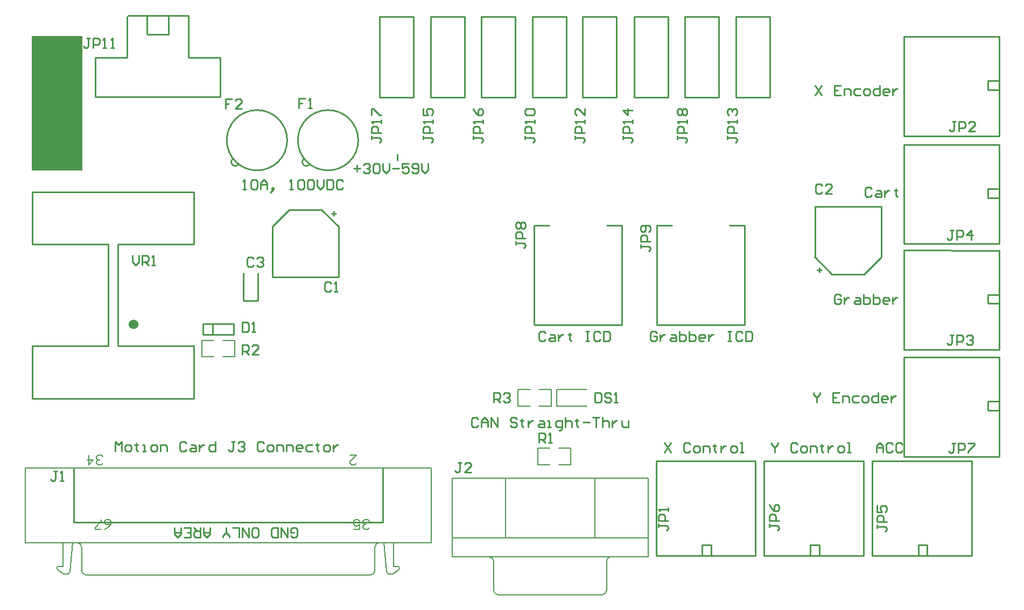
<source format=gto>
%FSLAX23Y23*%
%MOIN*%
G70*
G01*
G75*
%ADD10R,0.060X0.650*%
%ADD11R,1.000X0.320*%
%ADD12R,0.070X0.070*%
%ADD13R,0.063X0.071*%
%ADD14R,0.030X0.045*%
%ADD15R,0.090X0.170*%
%ADD16C,0.040*%
%ADD17C,0.010*%
%ADD18C,0.080*%
%ADD19C,0.150*%
%ADD20C,0.060*%
%ADD21C,0.050*%
%ADD22C,0.072*%
%ADD23C,0.070*%
%ADD24C,0.059*%
%ADD25C,0.059*%
%ADD26C,0.179*%
%ADD27R,0.059X0.059*%
%ADD28C,0.067*%
%ADD29C,0.067*%
%ADD30R,0.067X0.067*%
%ADD31C,0.187*%
%ADD32C,0.187*%
%ADD33C,0.060*%
%ADD34R,0.072X0.072*%
%ADD35R,0.113X0.113*%
%ADD36C,0.082*%
%ADD37C,0.113*%
%ADD38C,0.125*%
%ADD39C,0.129*%
%ADD40C,0.050*%
%ADD41C,0.008*%
%ADD42C,0.006*%
%ADD43R,0.312X0.837*%
D17*
X-313Y3743D02*
G03*
X-275Y3710I18J-18D01*
G01*
X27Y3860D02*
G03*
X27Y3860I-187J0D01*
G01*
X467D02*
G03*
X467Y3860I-187J0D01*
G01*
X127Y3743D02*
G03*
X165Y3710I18J-18D01*
G01*
X-1080Y2585D02*
Y3215D01*
X-1550D02*
X-1080D01*
X-1550Y2585D02*
X-1080D01*
X-550Y2260D02*
Y2585D01*
X-1020D02*
X-550D01*
X-1020Y3215D02*
X-550D01*
X-1020Y2585D02*
Y3215D01*
X-550D02*
Y3540D01*
X-1550Y2260D02*
X-550D01*
X-1550D02*
Y2585D01*
Y3540D02*
X-550D01*
X-1550Y3215D02*
Y3540D01*
X-245Y2865D02*
X-155D01*
X-245D02*
Y3035D01*
X-155Y2865D02*
Y3035D01*
X-494Y2689D02*
Y2722D01*
X-306D01*
Y2656D02*
Y2722D01*
X-494Y2656D02*
X-306D01*
X-494D02*
Y2689D01*
X-435Y2656D02*
Y2722D01*
X-1296Y1492D02*
X620D01*
X-1296D02*
Y1830D01*
X620Y1492D02*
Y1830D01*
X810Y4125D02*
Y4625D01*
X600Y4125D02*
Y4625D01*
Y4125D02*
X810D01*
X600Y4625D02*
X810D01*
X1440Y4125D02*
Y4625D01*
X1230Y4125D02*
Y4625D01*
Y4125D02*
X1440D01*
X1230Y4625D02*
X1440D01*
X1125Y4125D02*
Y4625D01*
X915Y4125D02*
Y4625D01*
Y4125D02*
X1125D01*
X915Y4625D02*
X1125D01*
X2385Y4125D02*
Y4625D01*
X2175Y4125D02*
Y4625D01*
Y4125D02*
X2385D01*
X2175Y4625D02*
X2385D01*
X2065Y4125D02*
Y4625D01*
X1855Y4125D02*
Y4625D01*
Y4125D02*
X2065D01*
X1855Y4625D02*
X2065D01*
X1755Y4125D02*
Y4625D01*
X1545Y4125D02*
Y4625D01*
Y4125D02*
X1755D01*
X1545Y4625D02*
X1755D01*
X1554Y2717D02*
Y3332D01*
X2099Y2717D02*
Y3332D01*
X1554Y2717D02*
X2099D01*
X2004Y3332D02*
X2099D01*
X1554D02*
X1649D01*
X2314Y2717D02*
Y3332D01*
X2859Y2717D02*
Y3332D01*
X2314Y2717D02*
X2859D01*
X2764Y3332D02*
X2859D01*
X2314D02*
X2409D01*
X3845Y4503D02*
X4434Y4503D01*
X3845Y3887D02*
Y4503D01*
X4434Y3887D02*
Y4503D01*
X3845Y3887D02*
X4434D01*
X4365Y4173D02*
X4432D01*
X4365D02*
Y4228D01*
X4432D01*
X2926Y1285D02*
X2927Y1874D01*
X2311D02*
X2927D01*
X2311Y1285D02*
X2927D01*
X2311D02*
Y1874D01*
X2597Y1287D02*
Y1354D01*
X2652D01*
Y1287D02*
Y1354D01*
X3845Y3178D02*
X4434Y3177D01*
X3845Y2562D02*
Y3178D01*
X4434Y2562D02*
Y3178D01*
X3845Y2562D02*
X4434D01*
X4365Y2848D02*
X4432D01*
X4365D02*
Y2903D01*
X4432D01*
X3845Y3834D02*
X4434Y3833D01*
X3845Y3218D02*
Y3834D01*
X4434Y3218D02*
Y3834D01*
X3845Y3218D02*
X4434D01*
X4365Y3504D02*
X4432D01*
X4365D02*
Y3559D01*
X4432D01*
X3595Y1285D02*
X3596Y1874D01*
X2980D02*
X3596D01*
X2980Y1285D02*
X3596D01*
X2980D02*
Y1874D01*
X3266Y1287D02*
Y1354D01*
X3321D01*
Y1287D02*
Y1354D01*
X3845Y2516D02*
X4434Y2515D01*
X3845Y1900D02*
Y2516D01*
X4434Y1900D02*
Y2516D01*
X3845Y1900D02*
X4434D01*
X4365Y2186D02*
X4432D01*
X4365D02*
Y2241D01*
X4432D01*
X4264Y1285D02*
X4265Y1874D01*
X3649D02*
X4265D01*
X3649Y1285D02*
X4265D01*
X3649D02*
Y1874D01*
X3935Y1287D02*
Y1354D01*
X3990D01*
Y1287D02*
Y1354D01*
X-65Y3325D02*
X40Y3430D01*
X240D02*
X345Y3325D01*
X347D01*
X-65Y3011D02*
Y3325D01*
X345Y3011D02*
Y3325D01*
X40Y3430D02*
X240D01*
X-65Y3011D02*
X345D01*
X3600Y3030D02*
X3705Y3135D01*
X3295D02*
X3400Y3030D01*
X3293Y3135D02*
X3295D01*
X3705D02*
Y3449D01*
X3295Y3135D02*
Y3449D01*
X3400Y3030D02*
X3600D01*
X3295Y3449D02*
X3705D01*
X-1161Y4129D02*
X-389D01*
X-708Y4515D02*
Y4633D01*
X-842Y4515D02*
X-708D01*
X-842D02*
Y4633D01*
X-586Y4373D02*
X-389D01*
X-1161D02*
X-964D01*
X-586D02*
Y4632D01*
X-964Y4373D02*
Y4627D01*
X-389Y4129D02*
Y4373D01*
X-959Y4632D02*
X-586D01*
X-1161Y4129D02*
Y4373D01*
X3015Y4125D02*
Y4625D01*
X2805Y4125D02*
Y4625D01*
Y4125D02*
X3015D01*
X2805Y4625D02*
X3015D01*
X2700Y4125D02*
Y4625D01*
X2490Y4125D02*
Y4625D01*
Y4125D02*
X2700D01*
X2490Y4625D02*
X2700D01*
X709Y3737D02*
Y3771D01*
X-932Y3147D02*
Y3107D01*
X-912Y3087D01*
X-892Y3107D01*
Y3147D01*
X-872Y3087D02*
Y3147D01*
X-842D01*
X-832Y3137D01*
Y3117D01*
X-842Y3107D01*
X-872D01*
X-852D02*
X-832Y3087D01*
X-812D02*
X-792D01*
X-802D01*
Y3147D01*
X-812Y3137D01*
X-182Y3125D02*
X-192Y3135D01*
X-212D01*
X-222Y3125D01*
Y3085D01*
X-212Y3075D01*
X-192D01*
X-182Y3085D01*
X-162Y3125D02*
X-152Y3135D01*
X-132D01*
X-122Y3125D01*
Y3115D01*
X-132Y3105D01*
X-142D01*
X-132D01*
X-122Y3095D01*
Y3085D01*
X-132Y3075D01*
X-152D01*
X-162Y3085D01*
X1304Y2236D02*
Y2296D01*
X1334D01*
X1344Y2286D01*
Y2266D01*
X1334Y2256D01*
X1304D01*
X1324D02*
X1344Y2236D01*
X1364Y2286D02*
X1374Y2296D01*
X1394D01*
X1404Y2286D01*
Y2276D01*
X1394Y2266D01*
X1384D01*
X1394D01*
X1404Y2256D01*
Y2246D01*
X1394Y2236D01*
X1374D01*
X1364Y2246D01*
X-251Y2534D02*
Y2594D01*
X-221D01*
X-211Y2584D01*
Y2564D01*
X-221Y2554D01*
X-251D01*
X-231D02*
X-211Y2534D01*
X-151D02*
X-191D01*
X-151Y2574D01*
Y2584D01*
X-161Y2594D01*
X-181D01*
X-191Y2584D01*
X-252Y2731D02*
Y2671D01*
X-222D01*
X-212Y2681D01*
Y2721D01*
X-222Y2731D01*
X-252D01*
X-192Y2671D02*
X-172D01*
X-182D01*
Y2731D01*
X-192Y2721D01*
X1932Y2296D02*
Y2236D01*
X1962D01*
X1972Y2246D01*
Y2286D01*
X1962Y2296D01*
X1932D01*
X2032Y2286D02*
X2022Y2296D01*
X2002D01*
X1992Y2286D01*
Y2276D01*
X2002Y2266D01*
X2022D01*
X2032Y2256D01*
Y2246D01*
X2022Y2236D01*
X2002D01*
X1992Y2246D01*
X2052Y2236D02*
X2072D01*
X2062D01*
Y2296D01*
X2052Y2286D01*
X-1398Y1808D02*
X-1418D01*
X-1408D01*
Y1758D01*
X-1418Y1748D01*
X-1428D01*
X-1438Y1758D01*
X-1378Y1748D02*
X-1358D01*
X-1368D01*
Y1808D01*
X-1378Y1798D01*
X-313Y4116D02*
X-353D01*
Y4086D01*
X-333D01*
X-353D01*
Y4056D01*
X-253D02*
X-293D01*
X-253Y4096D01*
Y4106D01*
X-263Y4116D01*
X-283D01*
X-293Y4106D01*
X1500Y3885D02*
Y3865D01*
Y3875D01*
X1550D01*
X1560Y3865D01*
Y3855D01*
X1550Y3845D01*
X1560Y3905D02*
X1500D01*
Y3935D01*
X1510Y3945D01*
X1530D01*
X1540Y3935D01*
Y3905D01*
X1560Y3965D02*
Y3985D01*
Y3975D01*
X1500D01*
X1510Y3965D01*
Y4015D02*
X1500Y4025D01*
Y4045D01*
X1510Y4055D01*
X1550D01*
X1560Y4045D01*
Y4025D01*
X1550Y4015D01*
X1510D01*
X1810Y3885D02*
Y3865D01*
Y3875D01*
X1860D01*
X1870Y3865D01*
Y3855D01*
X1860Y3845D01*
X1870Y3905D02*
X1810D01*
Y3935D01*
X1820Y3945D01*
X1840D01*
X1850Y3935D01*
Y3905D01*
X1870Y3965D02*
Y3985D01*
Y3975D01*
X1810D01*
X1820Y3965D01*
X1870Y4055D02*
Y4015D01*
X1830Y4055D01*
X1820D01*
X1810Y4045D01*
Y4025D01*
X1820Y4015D01*
X2104Y3885D02*
Y3865D01*
Y3875D01*
X2154D01*
X2164Y3865D01*
Y3855D01*
X2154Y3845D01*
X2164Y3905D02*
X2104D01*
Y3935D01*
X2114Y3945D01*
X2134D01*
X2144Y3935D01*
Y3905D01*
X2164Y3965D02*
Y3985D01*
Y3975D01*
X2104D01*
X2114Y3965D01*
X2164Y4045D02*
X2104D01*
X2134Y4015D01*
Y4055D01*
X3678Y1475D02*
Y1455D01*
Y1465D01*
X3728D01*
X3738Y1455D01*
Y1445D01*
X3728Y1435D01*
X3738Y1495D02*
X3678D01*
Y1525D01*
X3688Y1535D01*
X3708D01*
X3718Y1525D01*
Y1495D01*
X3678Y1595D02*
Y1555D01*
X3708D01*
X3698Y1575D01*
Y1585D01*
X3708Y1595D01*
X3728D01*
X3738Y1585D01*
Y1565D01*
X3728Y1555D01*
X4161Y1981D02*
X4141D01*
X4151D01*
Y1931D01*
X4141Y1921D01*
X4131D01*
X4121Y1931D01*
X4181Y1921D02*
Y1981D01*
X4211D01*
X4221Y1971D01*
Y1951D01*
X4211Y1941D01*
X4181D01*
X4241Y1981D02*
X4281D01*
Y1971D01*
X4241Y1931D01*
Y1921D01*
X3013Y1482D02*
Y1462D01*
Y1472D01*
X3063D01*
X3073Y1462D01*
Y1452D01*
X3063Y1442D01*
X3073Y1502D02*
X3013D01*
Y1532D01*
X3023Y1542D01*
X3043D01*
X3053Y1532D01*
Y1502D01*
X3013Y1602D02*
X3023Y1582D01*
X3043Y1562D01*
X3063D01*
X3073Y1572D01*
Y1592D01*
X3063Y1602D01*
X3053D01*
X3043Y1592D01*
Y1562D01*
X4153Y3301D02*
X4133D01*
X4143D01*
Y3251D01*
X4133Y3241D01*
X4123D01*
X4113Y3251D01*
X4173Y3241D02*
Y3301D01*
X4203D01*
X4213Y3291D01*
Y3271D01*
X4203Y3261D01*
X4173D01*
X4263Y3241D02*
Y3301D01*
X4233Y3271D01*
X4273D01*
X4153Y2652D02*
X4133D01*
X4143D01*
Y2602D01*
X4133Y2592D01*
X4123D01*
X4113Y2602D01*
X4173Y2592D02*
Y2652D01*
X4203D01*
X4213Y2642D01*
Y2622D01*
X4203Y2612D01*
X4173D01*
X4233Y2642D02*
X4243Y2652D01*
X4263D01*
X4273Y2642D01*
Y2632D01*
X4263Y2622D01*
X4253D01*
X4263D01*
X4273Y2612D01*
Y2602D01*
X4263Y2592D01*
X4243D01*
X4233Y2602D01*
X140Y4119D02*
X100D01*
Y4089D01*
X120D01*
X100D01*
Y4059D01*
X160D02*
X180D01*
X170D01*
Y4119D01*
X160Y4109D01*
X868Y3885D02*
Y3865D01*
Y3875D01*
X918D01*
X928Y3865D01*
Y3855D01*
X918Y3845D01*
X928Y3905D02*
X868D01*
Y3935D01*
X878Y3945D01*
X898D01*
X908Y3935D01*
Y3905D01*
X928Y3965D02*
Y3985D01*
Y3975D01*
X868D01*
X878Y3965D01*
X868Y4055D02*
Y4015D01*
X898D01*
X888Y4035D01*
Y4045D01*
X898Y4055D01*
X918D01*
X928Y4045D01*
Y4025D01*
X918Y4015D01*
X1178Y3885D02*
Y3865D01*
Y3875D01*
X1228D01*
X1238Y3865D01*
Y3855D01*
X1228Y3845D01*
X1238Y3905D02*
X1178D01*
Y3935D01*
X1188Y3945D01*
X1208D01*
X1218Y3935D01*
Y3905D01*
X1238Y3965D02*
Y3985D01*
Y3975D01*
X1178D01*
X1188Y3965D01*
X1178Y4055D02*
X1188Y4035D01*
X1208Y4015D01*
X1228D01*
X1238Y4025D01*
Y4045D01*
X1228Y4055D01*
X1218D01*
X1208Y4045D01*
Y4015D01*
X1106Y1862D02*
X1086D01*
X1096D01*
Y1812D01*
X1086Y1802D01*
X1076D01*
X1066Y1812D01*
X1166Y1802D02*
X1126D01*
X1166Y1842D01*
Y1852D01*
X1156Y1862D01*
X1136D01*
X1126Y1852D01*
X2327Y1482D02*
Y1462D01*
Y1472D01*
X2377D01*
X2387Y1462D01*
Y1452D01*
X2377Y1442D01*
X2387Y1502D02*
X2327D01*
Y1532D01*
X2337Y1542D01*
X2357D01*
X2367Y1532D01*
Y1502D01*
X2387Y1562D02*
Y1582D01*
Y1572D01*
X2327D01*
X2337Y1562D01*
X4166Y3977D02*
X4146D01*
X4156D01*
Y3927D01*
X4146Y3917D01*
X4136D01*
X4126Y3927D01*
X4186Y3917D02*
Y3977D01*
X4216D01*
X4226Y3967D01*
Y3947D01*
X4216Y3937D01*
X4186D01*
X4286Y3917D02*
X4246D01*
X4286Y3957D01*
Y3967D01*
X4276Y3977D01*
X4256D01*
X4246Y3967D01*
X548Y3885D02*
Y3865D01*
Y3875D01*
X598D01*
X608Y3865D01*
Y3855D01*
X598Y3845D01*
X608Y3905D02*
X548D01*
Y3935D01*
X558Y3945D01*
X578D01*
X588Y3935D01*
Y3905D01*
X608Y3965D02*
Y3985D01*
Y3975D01*
X548D01*
X558Y3965D01*
X548Y4015D02*
Y4055D01*
X558D01*
X598Y4015D01*
X608D01*
X1584Y1985D02*
Y2045D01*
X1614D01*
X1624Y2035D01*
Y2015D01*
X1614Y2005D01*
X1584D01*
X1604D02*
X1624Y1985D01*
X1644D02*
X1664D01*
X1654D01*
Y2045D01*
X1644Y2035D01*
X1443Y3233D02*
Y3213D01*
Y3223D01*
X1493D01*
X1503Y3213D01*
Y3203D01*
X1493Y3193D01*
X1503Y3253D02*
X1443D01*
Y3283D01*
X1453Y3293D01*
X1473D01*
X1483Y3283D01*
Y3253D01*
X1453Y3313D02*
X1443Y3323D01*
Y3343D01*
X1453Y3353D01*
X1463D01*
X1473Y3343D01*
X1483Y3353D01*
X1493D01*
X1503Y3343D01*
Y3323D01*
X1493Y3313D01*
X1483D01*
X1473Y3323D01*
X1463Y3313D01*
X1453D01*
X1473Y3323D02*
Y3343D01*
X2215Y3214D02*
Y3194D01*
Y3204D01*
X2265D01*
X2275Y3194D01*
Y3184D01*
X2265Y3174D01*
X2275Y3234D02*
X2215D01*
Y3264D01*
X2225Y3274D01*
X2245D01*
X2255Y3264D01*
Y3234D01*
X2265Y3294D02*
X2275Y3304D01*
Y3324D01*
X2265Y3334D01*
X2225D01*
X2215Y3324D01*
Y3304D01*
X2225Y3294D01*
X2235D01*
X2245Y3304D01*
Y3334D01*
X298Y2971D02*
X288Y2981D01*
X268D01*
X258Y2971D01*
Y2931D01*
X268Y2921D01*
X288D01*
X298Y2931D01*
X318Y2921D02*
X338D01*
X328D01*
Y2981D01*
X318Y2971D01*
X3338Y3579D02*
X3328Y3589D01*
X3308D01*
X3298Y3579D01*
Y3539D01*
X3308Y3529D01*
X3328D01*
X3338Y3539D01*
X3398Y3529D02*
X3358D01*
X3398Y3569D01*
Y3579D01*
X3388Y3589D01*
X3368D01*
X3358Y3579D01*
X-1193Y4491D02*
X-1213D01*
X-1203D01*
Y4441D01*
X-1213Y4431D01*
X-1223D01*
X-1233Y4441D01*
X-1173Y4431D02*
Y4491D01*
X-1143D01*
X-1133Y4481D01*
Y4461D01*
X-1143Y4451D01*
X-1173D01*
X-1113Y4431D02*
X-1093D01*
X-1103D01*
Y4491D01*
X-1113Y4481D01*
X-1063Y4431D02*
X-1043D01*
X-1053D01*
Y4491D01*
X-1063Y4481D01*
X2753Y3885D02*
Y3865D01*
Y3875D01*
X2803D01*
X2813Y3865D01*
Y3855D01*
X2803Y3845D01*
X2813Y3905D02*
X2753D01*
Y3935D01*
X2763Y3945D01*
X2783D01*
X2793Y3935D01*
Y3905D01*
X2813Y3965D02*
Y3985D01*
Y3975D01*
X2753D01*
X2763Y3965D01*
Y4015D02*
X2753Y4025D01*
Y4045D01*
X2763Y4055D01*
X2773D01*
X2783Y4045D01*
Y4035D01*
Y4045D01*
X2793Y4055D01*
X2803D01*
X2813Y4045D01*
Y4025D01*
X2803Y4015D01*
X2442Y3885D02*
Y3865D01*
Y3875D01*
X2492D01*
X2502Y3865D01*
Y3855D01*
X2492Y3845D01*
X2502Y3905D02*
X2442D01*
Y3935D01*
X2452Y3945D01*
X2472D01*
X2482Y3935D01*
Y3905D01*
X2502Y3965D02*
Y3985D01*
Y3975D01*
X2442D01*
X2452Y3965D01*
Y4015D02*
X2442Y4025D01*
Y4045D01*
X2452Y4055D01*
X2462D01*
X2472Y4045D01*
X2482Y4055D01*
X2492D01*
X2502Y4045D01*
Y4025D01*
X2492Y4015D01*
X2482D01*
X2472Y4025D01*
X2462Y4015D01*
X2452D01*
X2472Y4025D02*
Y4045D01*
X50Y1410D02*
X60Y1400D01*
X80D01*
X90Y1410D01*
Y1450D01*
X80Y1460D01*
X60D01*
X50Y1450D01*
Y1430D01*
X70D01*
X30Y1460D02*
Y1400D01*
X-10Y1460D01*
Y1400D01*
X-30D02*
Y1460D01*
X-60D01*
X-70Y1450D01*
Y1410D01*
X-60Y1400D01*
X-30D01*
X-180D02*
X-160D01*
X-150Y1410D01*
Y1450D01*
X-160Y1460D01*
X-180D01*
X-190Y1450D01*
Y1410D01*
X-180Y1400D01*
X-210Y1460D02*
Y1400D01*
X-250Y1460D01*
Y1400D01*
X-270D02*
Y1460D01*
X-310D01*
X-330Y1400D02*
Y1410D01*
X-350Y1430D01*
X-370Y1410D01*
Y1400D01*
X-350Y1430D02*
Y1460D01*
X-450D02*
Y1420D01*
X-470Y1400D01*
X-490Y1420D01*
Y1460D01*
Y1430D01*
X-450D01*
X-510Y1460D02*
Y1400D01*
X-540D01*
X-550Y1410D01*
Y1430D01*
X-540Y1440D01*
X-510D01*
X-530D02*
X-550Y1460D01*
X-610Y1400D02*
X-570D01*
Y1460D01*
X-610D01*
X-570Y1430D02*
X-590D01*
X-630Y1460D02*
Y1420D01*
X-650Y1400D01*
X-670Y1420D01*
Y1460D01*
Y1430D01*
X-630D01*
X2315Y2666D02*
X2305Y2676D01*
X2285D01*
X2275Y2666D01*
Y2626D01*
X2285Y2616D01*
X2305D01*
X2315Y2626D01*
Y2646D01*
X2295D01*
X2335Y2656D02*
Y2616D01*
Y2636D01*
X2345Y2646D01*
X2355Y2656D01*
X2365D01*
X2405D02*
X2425D01*
X2435Y2646D01*
Y2616D01*
X2405D01*
X2395Y2626D01*
X2405Y2636D01*
X2435D01*
X2455Y2676D02*
Y2616D01*
X2485D01*
X2495Y2626D01*
Y2636D01*
Y2646D01*
X2485Y2656D01*
X2455D01*
X2515Y2676D02*
Y2616D01*
X2545D01*
X2555Y2626D01*
Y2636D01*
Y2646D01*
X2545Y2656D01*
X2515D01*
X2605Y2616D02*
X2585D01*
X2575Y2626D01*
Y2646D01*
X2585Y2656D01*
X2605D01*
X2615Y2646D01*
Y2636D01*
X2575D01*
X2635Y2656D02*
Y2616D01*
Y2636D01*
X2645Y2646D01*
X2655Y2656D01*
X2665D01*
X2755Y2676D02*
X2775D01*
X2765D01*
Y2616D01*
X2755D01*
X2775D01*
X2845Y2666D02*
X2835Y2676D01*
X2815D01*
X2805Y2666D01*
Y2626D01*
X2815Y2616D01*
X2835D01*
X2845Y2626D01*
X2865Y2676D02*
Y2616D01*
X2895D01*
X2905Y2626D01*
Y2666D01*
X2895Y2676D01*
X2865D01*
X1627Y2666D02*
X1617Y2676D01*
X1597D01*
X1587Y2666D01*
Y2626D01*
X1597Y2616D01*
X1617D01*
X1627Y2626D01*
X1657Y2656D02*
X1677D01*
X1687Y2646D01*
Y2616D01*
X1657D01*
X1647Y2626D01*
X1657Y2636D01*
X1687D01*
X1707Y2656D02*
Y2616D01*
Y2636D01*
X1717Y2646D01*
X1727Y2656D01*
X1737D01*
X1777Y2666D02*
Y2656D01*
X1767D01*
X1787D01*
X1777D01*
Y2626D01*
X1787Y2616D01*
X1877Y2676D02*
X1897D01*
X1887D01*
Y2616D01*
X1877D01*
X1897D01*
X1967Y2666D02*
X1957Y2676D01*
X1937D01*
X1927Y2666D01*
Y2626D01*
X1937Y2616D01*
X1957D01*
X1967Y2626D01*
X1987Y2676D02*
Y2616D01*
X2017D01*
X2027Y2626D01*
Y2666D01*
X2017Y2676D01*
X1987D01*
X-247Y3556D02*
X-227D01*
X-237D01*
Y3616D01*
X-247Y3606D01*
X-197D02*
X-187Y3616D01*
X-167D01*
X-157Y3606D01*
Y3566D01*
X-167Y3556D01*
X-187D01*
X-197Y3566D01*
Y3606D01*
X-137Y3556D02*
Y3596D01*
X-117Y3616D01*
X-97Y3596D01*
Y3556D01*
Y3586D01*
X-137D01*
X-67Y3546D02*
X-57Y3556D01*
Y3566D01*
X-67D01*
Y3556D01*
X-57D01*
X-67Y3546D01*
X-77Y3536D01*
X43Y3556D02*
X63D01*
X53D01*
Y3616D01*
X43Y3606D01*
X93D02*
X103Y3616D01*
X123D01*
X133Y3606D01*
Y3566D01*
X123Y3556D01*
X103D01*
X93Y3566D01*
Y3606D01*
X153D02*
X163Y3616D01*
X183D01*
X193Y3606D01*
Y3566D01*
X183Y3556D01*
X163D01*
X153Y3566D01*
Y3606D01*
X213Y3616D02*
Y3576D01*
X233Y3556D01*
X253Y3576D01*
Y3616D01*
X273D02*
Y3556D01*
X303D01*
X313Y3566D01*
Y3606D01*
X303Y3616D01*
X273D01*
X373Y3606D02*
X363Y3616D01*
X343D01*
X333Y3606D01*
Y3566D01*
X343Y3556D01*
X363D01*
X373Y3566D01*
X1210Y2132D02*
X1200Y2142D01*
X1180D01*
X1170Y2132D01*
Y2092D01*
X1180Y2082D01*
X1200D01*
X1210Y2092D01*
X1230Y2082D02*
Y2122D01*
X1250Y2142D01*
X1270Y2122D01*
Y2082D01*
Y2112D01*
X1230D01*
X1290Y2082D02*
Y2142D01*
X1330Y2082D01*
Y2142D01*
X1450Y2132D02*
X1440Y2142D01*
X1420D01*
X1410Y2132D01*
Y2122D01*
X1420Y2112D01*
X1440D01*
X1450Y2102D01*
Y2092D01*
X1440Y2082D01*
X1420D01*
X1410Y2092D01*
X1480Y2132D02*
Y2122D01*
X1470D01*
X1490D01*
X1480D01*
Y2092D01*
X1490Y2082D01*
X1520Y2122D02*
Y2082D01*
Y2102D01*
X1530Y2112D01*
X1540Y2122D01*
X1550D01*
X1590D02*
X1610D01*
X1620Y2112D01*
Y2082D01*
X1590D01*
X1580Y2092D01*
X1590Y2102D01*
X1620D01*
X1640Y2082D02*
X1660D01*
X1650D01*
Y2122D01*
X1640D01*
X1710Y2062D02*
X1720D01*
X1730Y2072D01*
Y2122D01*
X1700D01*
X1690Y2112D01*
Y2092D01*
X1700Y2082D01*
X1730D01*
X1750Y2142D02*
Y2082D01*
Y2112D01*
X1760Y2122D01*
X1780D01*
X1790Y2112D01*
Y2082D01*
X1820Y2132D02*
Y2122D01*
X1810D01*
X1830D01*
X1820D01*
Y2092D01*
X1830Y2082D01*
X1860Y2112D02*
X1900D01*
X1920Y2142D02*
X1960D01*
X1940D01*
Y2082D01*
X1980Y2142D02*
Y2082D01*
Y2112D01*
X1990Y2122D01*
X2010D01*
X2020Y2112D01*
Y2082D01*
X2040Y2122D02*
Y2082D01*
Y2102D01*
X2050Y2112D01*
X2060Y2122D01*
X2070D01*
X2100D02*
Y2092D01*
X2110Y2082D01*
X2140D01*
Y2122D01*
X3644Y3560D02*
X3634Y3570D01*
X3614D01*
X3604Y3560D01*
Y3520D01*
X3614Y3510D01*
X3634D01*
X3644Y3520D01*
X3674Y3550D02*
X3694D01*
X3704Y3540D01*
Y3510D01*
X3674D01*
X3664Y3520D01*
X3674Y3530D01*
X3704D01*
X3724Y3550D02*
Y3510D01*
Y3530D01*
X3734Y3540D01*
X3744Y3550D01*
X3754D01*
X3794Y3560D02*
Y3550D01*
X3784D01*
X3804D01*
X3794D01*
Y3520D01*
X3804Y3510D01*
X3457Y2896D02*
X3447Y2906D01*
X3427D01*
X3417Y2896D01*
Y2856D01*
X3427Y2846D01*
X3447D01*
X3457Y2856D01*
Y2876D01*
X3437D01*
X3477Y2886D02*
Y2846D01*
Y2866D01*
X3487Y2876D01*
X3497Y2886D01*
X3507D01*
X3547D02*
X3567D01*
X3577Y2876D01*
Y2846D01*
X3547D01*
X3537Y2856D01*
X3547Y2866D01*
X3577D01*
X3597Y2906D02*
Y2846D01*
X3627D01*
X3637Y2856D01*
Y2866D01*
Y2876D01*
X3627Y2886D01*
X3597D01*
X3657Y2906D02*
Y2846D01*
X3687D01*
X3697Y2856D01*
Y2866D01*
Y2876D01*
X3687Y2886D01*
X3657D01*
X3747Y2846D02*
X3727D01*
X3717Y2856D01*
Y2876D01*
X3727Y2886D01*
X3747D01*
X3757Y2876D01*
Y2866D01*
X3717D01*
X3777Y2886D02*
Y2846D01*
Y2866D01*
X3787Y2876D01*
X3797Y2886D01*
X3807D01*
X-1038Y1934D02*
Y1994D01*
X-1018Y1974D01*
X-998Y1994D01*
Y1934D01*
X-968D02*
X-948D01*
X-938Y1944D01*
Y1964D01*
X-948Y1974D01*
X-968D01*
X-978Y1964D01*
Y1944D01*
X-968Y1934D01*
X-908Y1984D02*
Y1974D01*
X-918D01*
X-898D01*
X-908D01*
Y1944D01*
X-898Y1934D01*
X-868D02*
X-848D01*
X-858D01*
Y1974D01*
X-868D01*
X-808Y1934D02*
X-788D01*
X-778Y1944D01*
Y1964D01*
X-788Y1974D01*
X-808D01*
X-818Y1964D01*
Y1944D01*
X-808Y1934D01*
X-758D02*
Y1974D01*
X-728D01*
X-718Y1964D01*
Y1934D01*
X-598Y1984D02*
X-608Y1994D01*
X-628D01*
X-638Y1984D01*
Y1944D01*
X-628Y1934D01*
X-608D01*
X-598Y1944D01*
X-568Y1974D02*
X-548D01*
X-538Y1964D01*
Y1934D01*
X-568D01*
X-578Y1944D01*
X-568Y1954D01*
X-538D01*
X-518Y1974D02*
Y1934D01*
Y1954D01*
X-508Y1964D01*
X-498Y1974D01*
X-488D01*
X-418Y1994D02*
Y1934D01*
X-448D01*
X-458Y1944D01*
Y1964D01*
X-448Y1974D01*
X-418D01*
X-298Y1994D02*
X-318D01*
X-308D01*
Y1944D01*
X-318Y1934D01*
X-328D01*
X-338Y1944D01*
X-278Y1984D02*
X-268Y1994D01*
X-248D01*
X-238Y1984D01*
Y1974D01*
X-248Y1964D01*
X-258D01*
X-248D01*
X-238Y1954D01*
Y1944D01*
X-248Y1934D01*
X-268D01*
X-278Y1944D01*
X-118Y1984D02*
X-128Y1994D01*
X-148D01*
X-158Y1984D01*
Y1944D01*
X-148Y1934D01*
X-128D01*
X-118Y1944D01*
X-88Y1934D02*
X-68D01*
X-58Y1944D01*
Y1964D01*
X-68Y1974D01*
X-88D01*
X-98Y1964D01*
Y1944D01*
X-88Y1934D01*
X-38D02*
Y1974D01*
X-8D01*
X2Y1964D01*
Y1934D01*
X22D02*
Y1974D01*
X52D01*
X62Y1964D01*
Y1934D01*
X112D02*
X92D01*
X82Y1944D01*
Y1964D01*
X92Y1974D01*
X112D01*
X122Y1964D01*
Y1954D01*
X82D01*
X182Y1974D02*
X152D01*
X142Y1964D01*
Y1944D01*
X152Y1934D01*
X182D01*
X212Y1984D02*
Y1974D01*
X202D01*
X222D01*
X212D01*
Y1944D01*
X222Y1934D01*
X262D02*
X282D01*
X292Y1944D01*
Y1964D01*
X282Y1974D01*
X262D01*
X252Y1964D01*
Y1944D01*
X262Y1934D01*
X312Y1974D02*
Y1934D01*
Y1954D01*
X322Y1964D01*
X332Y1974D01*
X342D01*
X2361Y1985D02*
X2401Y1925D01*
Y1985D02*
X2361Y1925D01*
X2521Y1975D02*
X2511Y1985D01*
X2491D01*
X2481Y1975D01*
Y1935D01*
X2491Y1925D01*
X2511D01*
X2521Y1935D01*
X2551Y1925D02*
X2571D01*
X2581Y1935D01*
Y1955D01*
X2571Y1965D01*
X2551D01*
X2541Y1955D01*
Y1935D01*
X2551Y1925D01*
X2601D02*
Y1965D01*
X2631D01*
X2641Y1955D01*
Y1925D01*
X2671Y1975D02*
Y1965D01*
X2661D01*
X2681D01*
X2671D01*
Y1935D01*
X2681Y1925D01*
X2711Y1965D02*
Y1925D01*
Y1945D01*
X2721Y1955D01*
X2731Y1965D01*
X2741D01*
X2781Y1925D02*
X2801D01*
X2811Y1935D01*
Y1955D01*
X2801Y1965D01*
X2781D01*
X2771Y1955D01*
Y1935D01*
X2781Y1925D01*
X2831D02*
X2851D01*
X2841D01*
Y1985D01*
X2831D01*
X3294Y4200D02*
X3334Y4140D01*
Y4200D02*
X3294Y4140D01*
X3454Y4200D02*
X3414D01*
Y4140D01*
X3454D01*
X3414Y4170D02*
X3434D01*
X3474Y4140D02*
Y4180D01*
X3504D01*
X3514Y4170D01*
Y4140D01*
X3574Y4180D02*
X3544D01*
X3534Y4170D01*
Y4150D01*
X3544Y4140D01*
X3574D01*
X3604D02*
X3624D01*
X3634Y4150D01*
Y4170D01*
X3624Y4180D01*
X3604D01*
X3594Y4170D01*
Y4150D01*
X3604Y4140D01*
X3694Y4200D02*
Y4140D01*
X3664D01*
X3654Y4150D01*
Y4170D01*
X3664Y4180D01*
X3694D01*
X3744Y4140D02*
X3724D01*
X3714Y4150D01*
Y4170D01*
X3724Y4180D01*
X3744D01*
X3754Y4170D01*
Y4160D01*
X3714D01*
X3774Y4180D02*
Y4140D01*
Y4160D01*
X3784Y4170D01*
X3794Y4180D01*
X3804D01*
X3027Y1985D02*
Y1975D01*
X3047Y1955D01*
X3067Y1975D01*
Y1985D01*
X3047Y1955D02*
Y1925D01*
X3187Y1975D02*
X3177Y1985D01*
X3157D01*
X3147Y1975D01*
Y1935D01*
X3157Y1925D01*
X3177D01*
X3187Y1935D01*
X3217Y1925D02*
X3237D01*
X3247Y1935D01*
Y1955D01*
X3237Y1965D01*
X3217D01*
X3207Y1955D01*
Y1935D01*
X3217Y1925D01*
X3267D02*
Y1965D01*
X3297D01*
X3307Y1955D01*
Y1925D01*
X3337Y1975D02*
Y1965D01*
X3327D01*
X3347D01*
X3337D01*
Y1935D01*
X3347Y1925D01*
X3377Y1965D02*
Y1925D01*
Y1945D01*
X3387Y1955D01*
X3397Y1965D01*
X3407D01*
X3447Y1925D02*
X3467D01*
X3477Y1935D01*
Y1955D01*
X3467Y1965D01*
X3447D01*
X3437Y1955D01*
Y1935D01*
X3447Y1925D01*
X3497D02*
X3517D01*
X3507D01*
Y1985D01*
X3497D01*
X3284Y2297D02*
Y2287D01*
X3304Y2267D01*
X3324Y2287D01*
Y2297D01*
X3304Y2267D02*
Y2237D01*
X3444Y2297D02*
X3404D01*
Y2237D01*
X3444D01*
X3404Y2267D02*
X3424D01*
X3464Y2237D02*
Y2277D01*
X3494D01*
X3504Y2267D01*
Y2237D01*
X3564Y2277D02*
X3534D01*
X3524Y2267D01*
Y2247D01*
X3534Y2237D01*
X3564D01*
X3594D02*
X3614D01*
X3624Y2247D01*
Y2267D01*
X3614Y2277D01*
X3594D01*
X3584Y2267D01*
Y2247D01*
X3594Y2237D01*
X3684Y2297D02*
Y2237D01*
X3654D01*
X3644Y2247D01*
Y2267D01*
X3654Y2277D01*
X3684D01*
X3734Y2237D02*
X3714D01*
X3704Y2247D01*
Y2267D01*
X3714Y2277D01*
X3734D01*
X3744Y2267D01*
Y2257D01*
X3704D01*
X3764Y2277D02*
Y2237D01*
Y2257D01*
X3774Y2267D01*
X3784Y2277D01*
X3794D01*
X439Y3685D02*
X479D01*
X459Y3705D02*
Y3665D01*
X499Y3705D02*
X509Y3715D01*
X529D01*
X539Y3705D01*
Y3695D01*
X529Y3685D01*
X519D01*
X529D01*
X539Y3675D01*
Y3665D01*
X529Y3655D01*
X509D01*
X499Y3665D01*
X559Y3705D02*
X569Y3715D01*
X589D01*
X599Y3705D01*
Y3665D01*
X589Y3655D01*
X569D01*
X559Y3665D01*
Y3705D01*
X619Y3715D02*
Y3675D01*
X639Y3655D01*
X659Y3675D01*
Y3715D01*
X679Y3685D02*
X719D01*
X779Y3715D02*
X739D01*
Y3685D01*
X759Y3695D01*
X769D01*
X779Y3685D01*
Y3665D01*
X769Y3655D01*
X749D01*
X739Y3665D01*
X799D02*
X809Y3655D01*
X829D01*
X839Y3665D01*
Y3705D01*
X829Y3715D01*
X809D01*
X799Y3705D01*
Y3695D01*
X809Y3685D01*
X839D01*
X859Y3715D02*
Y3675D01*
X879Y3655D01*
X899Y3675D01*
Y3715D01*
X330Y3405D02*
X303D01*
X317Y3392D02*
Y3418D01*
X3310Y3055D02*
X3337D01*
X3323Y3068D02*
Y3042D01*
X3674Y1925D02*
Y1965D01*
X3694Y1985D01*
X3714Y1965D01*
Y1925D01*
Y1955D01*
X3674D01*
X3774Y1975D02*
X3764Y1985D01*
X3744D01*
X3734Y1975D01*
Y1935D01*
X3744Y1925D01*
X3764D01*
X3774Y1935D01*
X3834Y1975D02*
X3824Y1985D01*
X3804D01*
X3794Y1975D01*
Y1935D01*
X3804Y1925D01*
X3824D01*
X3834Y1935D01*
D33*
X-925Y2720D02*
D03*
D41*
X718Y1199D02*
G03*
X719Y1218I-9J10D01*
G01*
X641Y1190D02*
G03*
X653Y1174I16J0D01*
G01*
X543Y1166D02*
G03*
X570Y1194I0J27D01*
G01*
X598Y1367D02*
G03*
X570Y1339I0J-27D01*
G01*
X-1395Y1218D02*
G03*
X-1394Y1199I10J-9D01*
G01*
X-1329Y1174D02*
G03*
X-1317Y1190I-4J16D01*
G01*
X-1246Y1194D02*
G03*
X-1219Y1166I27J0D01*
G01*
X-1246Y1339D02*
G03*
X-1273Y1367I-27J0D01*
G01*
X1306Y1070D02*
G03*
X1334Y1043I27J0D01*
G01*
X1306Y1251D02*
G03*
X1279Y1279I-27J0D01*
G01*
X1976Y1043D02*
G03*
X2004Y1070I0J27D01*
G01*
X2031Y1279D02*
G03*
X2004Y1251I0J-27D01*
G01*
X1457Y2213D02*
Y2315D01*
X1661Y2213D02*
Y2315D01*
X1457D02*
X1531D01*
X1587D02*
X1661D01*
X1457Y2213D02*
X1531D01*
X1587D02*
X1661D01*
X-502Y2518D02*
Y2620D01*
X-298Y2518D02*
Y2620D01*
X-502D02*
X-428D01*
X-372D02*
X-298D01*
X-502Y2518D02*
X-428D01*
X-372D02*
X-298D01*
X1697Y2213D02*
Y2315D01*
Y2213D02*
X1882D01*
X1697Y2315D02*
X1882D01*
X682Y1174D02*
X719Y1199D01*
X653Y1174D02*
X682D01*
X627Y1367D02*
X641Y1189D01*
X685Y1218D02*
X719D01*
X685D02*
Y1367D01*
X570Y1194D02*
Y1339D01*
X-1219Y1166D02*
X543D01*
X-1395Y1199D02*
X-1358Y1174D01*
X-1329D01*
X-1317Y1189D02*
X-1302Y1367D01*
X-1395Y1218D02*
X-1360D01*
Y1367D01*
X-1246Y1194D02*
Y1339D01*
X920Y1367D02*
Y1830D01*
X-1596Y1367D02*
X920D01*
X-1596D02*
Y1830D01*
X920D01*
X1306Y1070D02*
Y1251D01*
X2004Y1070D02*
Y1251D01*
X1931Y1397D02*
Y1767D01*
X1049Y1279D02*
X2261D01*
X1379Y1397D02*
Y1767D01*
X1049Y1767D02*
X2261D01*
X1334Y1043D02*
X1976D01*
X2261Y1279D02*
Y1767D01*
X1049Y1279D02*
Y1767D01*
Y1397D02*
X2261D01*
X1708Y1849D02*
X1782D01*
X1578D02*
X1652D01*
X1708Y1951D02*
X1782D01*
X1578D02*
X1652D01*
X1782Y1849D02*
Y1951D01*
X1578Y1849D02*
Y1951D01*
D42*
X536Y1460D02*
X526Y1450D01*
X507D01*
X497Y1460D01*
Y1470D01*
X507Y1480D01*
X517D01*
X507D01*
X497Y1490D01*
Y1500D01*
X507Y1510D01*
X526D01*
X536Y1500D01*
X438Y1450D02*
X477D01*
Y1480D01*
X458Y1470D01*
X448D01*
X438Y1480D01*
Y1500D01*
X448Y1510D01*
X467D01*
X477Y1500D01*
X-1103Y1450D02*
X-1083Y1460D01*
X-1064Y1480D01*
Y1500D01*
X-1074Y1510D01*
X-1093D01*
X-1103Y1500D01*
Y1490D01*
X-1093Y1480D01*
X-1064D01*
X-1123Y1450D02*
X-1162D01*
Y1460D01*
X-1123Y1500D01*
Y1510D01*
X-1114Y1859D02*
X-1124Y1849D01*
X-1143D01*
X-1153Y1859D01*
Y1868D01*
X-1143Y1878D01*
X-1133D01*
X-1143D01*
X-1153Y1888D01*
Y1898D01*
X-1143Y1908D01*
X-1124D01*
X-1114Y1898D01*
X-1202Y1908D02*
Y1849D01*
X-1173Y1878D01*
X-1212D01*
X417Y1908D02*
X457D01*
X417Y1868D01*
Y1859D01*
X427Y1849D01*
X447D01*
X457Y1859D01*
D43*
X-1399Y4089D02*
D03*
M02*

</source>
